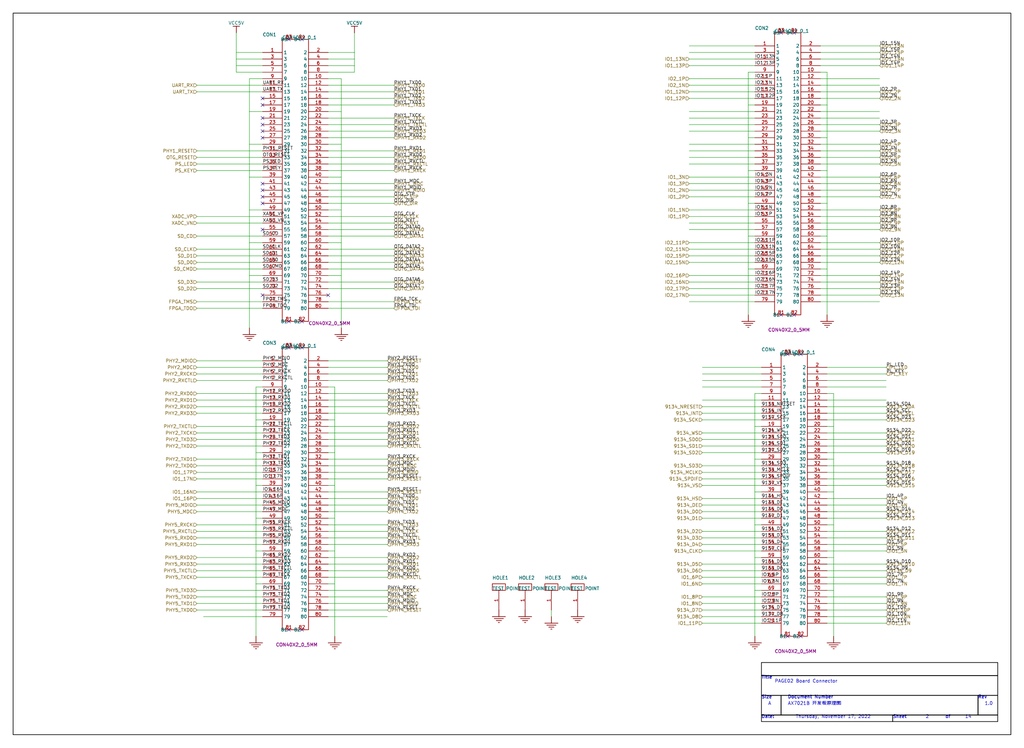
<source format=kicad_sch>
(kicad_sch (version 20231120) (generator "eeschema") (generator_version "8.0")
  (paper "User" 396.24 289.56)
  (title_block (title "PAGE02 Board Connector"))
  (no_connect (at 307.34 12.7))
  (no_connect (at 101.6 38.1))
  (no_connect (at 101.6 48.26))
  (no_connect (at 309.88 246.38))
  (no_connect (at 101.6 71.12))
  (no_connect (at 302.26 121.92))
  (no_connect (at 101.6 78.74))
  (no_connect (at 111.76 134.62))
  (no_connect (at 101.6 40.64))
  (no_connect (at 111.76 124.46))
  (no_connect (at 304.8 246.38))
  (no_connect (at 127 114.3))
  (no_connect (at 101.6 50.8))
  (no_connect (at 304.8 137.16))
  (no_connect (at 309.88 137.16))
  (no_connect (at 101.6 73.66))
  (no_connect (at 101.6 45.72))
  (no_connect (at 101.6 76.2))
  (no_connect (at 116.84 134.62))
  (no_connect (at 101.6 53.34))
  (no_connect (at 111.76 15.24))
  (no_connect (at 302.26 12.7))
  (no_connect (at 116.84 15.24))
  (no_connect (at 111.76 243.84))
  (no_connect (at 101.6 114.3))
  (no_connect (at 116.84 243.84))
  (no_connect (at 101.6 88.9))
  (no_connect (at 307.34 121.92))
  (no_connect (at 116.84 124.46))
  (wire (pts (xy 149.86 157.48) (xy 127 157.48)))
  (wire (pts (xy 101.6 66.04) (xy 76.2 66.04)))
  (wire (pts (xy 340.36 48.26) (xy 317.5 48.26)))
  (wire (pts (xy 292.1 30.48) (xy 266.7 30.48)))
  (wire (pts (xy 340.36 81.28) (xy 317.5 81.28)))
  (wire (pts (xy 129.54 187.96) (xy 127 187.96)))
  (wire (pts (xy 152.4 86.36) (xy 127 86.36)))
  (wire (pts (xy 292.1 88.9) (xy 266.7 88.9)))
  (wire (pts (xy 292.1 33.02) (xy 266.7 33.02)))
  (wire (pts (xy 96.52 93.98) (xy 101.6 93.98)))
  (wire (pts (xy 320.04 121.92) (xy 320.04 104.14)))
  (wire (pts (xy 101.6 139.7) (xy 76.2 139.7)))
  (wire (pts (xy 96.52 93.98) (xy 96.52 81.28)))
  (wire (pts (xy 99.06 213.36) (xy 99.06 226.06)))
  (wire (pts (xy 340.36 93.98) (xy 317.5 93.98)))
  (wire (pts (xy 101.6 119.38) (xy 76.2 119.38)))
  (wire (pts (xy 101.6 160.02) (xy 76.2 160.02)))
  (wire (pts (xy 101.6 203.2) (xy 76.2 203.2)))
  (wire (pts (xy 292.1 81.28) (xy 266.7 81.28)))
  (wire (pts (xy 320.04 91.44) (xy 320.04 78.74)))
  (wire (pts (xy 294.64 220.98) (xy 271.78 220.98)))
  (wire (pts (xy 322.58 165.1) (xy 322.58 152.4)))
  (wire (pts (xy 320.04 104.14) (xy 320.04 91.44)))
  (wire (pts (xy 132.08 43.18) (xy 132.08 30.48)))
  (wire (pts (xy 292.1 93.98) (xy 266.7 93.98)))
  (wire (pts (xy 132.08 68.58) (xy 132.08 55.88)))
  (wire (pts (xy 129.54 162.56) (xy 129.54 149.86)))
  (wire (pts (xy 294.64 198.12) (xy 271.78 198.12)))
  (wire (pts (xy 292.1 58.42) (xy 266.7 58.42)))
  (wire (pts (xy 294.64 180.34) (xy 271.78 180.34)))
  (wire (pts (xy 340.36 20.32) (xy 317.5 20.32)))
  (wire (pts (xy 99.06 226.06) (xy 101.6 226.06)))
  (wire (pts (xy 294.64 205.74) (xy 271.78 205.74)))
  (wire (pts (xy 294.64 231.14) (xy 271.78 231.14)))
  (wire (pts (xy 129.54 149.86) (xy 127 149.86)))
  (wire (pts (xy 294.64 226.06) (xy 271.78 226.06)))
  (wire (pts (xy 294.64 213.36) (xy 271.78 213.36)))
  (wire (pts (xy 149.86 233.68) (xy 127 233.68)))
  (wire (pts (xy 292.1 86.36) (xy 266.7 86.36)))
  (wire (pts (xy 101.6 185.42) (xy 76.2 185.42)))
  (wire (pts (xy 292.1 38.1) (xy 266.7 38.1)))
  (wire (pts (xy 342.9 241.3) (xy 320.04 241.3)))
  (wire (pts (xy 292.1 228.6) (xy 292.1 215.9)))
  (wire (pts (xy 340.36 22.86) (xy 317.5 22.86)))
  (wire (pts (xy 340.36 17.78) (xy 317.5 17.78)))
  (wire (pts (xy 149.86 147.32) (xy 127 147.32)))
  (wire (pts (xy 320.04 203.2) (xy 322.58 203.2)))
  (wire (pts (xy 340.36 60.96) (xy 317.5 60.96)))
  (wire (pts (xy 101.6 172.72) (xy 76.2 172.72)))
  (wire (pts (xy 340.36 106.68) (xy 317.5 106.68)))
  (wire (pts (xy 99.06 213.36) (xy 99.06 200.66)))
  (wire (pts (xy 294.64 162.56) (xy 271.78 162.56)))
  (wire (pts (xy 149.86 165.1) (xy 127 165.1)))
  (wire (pts (xy 101.6 63.5) (xy 76.2 63.5)))
  (wire (pts (xy 132.08 106.68) (xy 127 106.68)))
  (wire (pts (xy 322.58 165.1) (xy 320.04 165.1)))
  (wire (pts (xy 340.36 55.88) (xy 317.5 55.88)))
  (wire (pts (xy 292.1 114.3) (xy 266.7 114.3)))
  (wire (pts (xy 152.4 96.52) (xy 127 96.52)))
  (wire (pts (xy 96.52 68.58) (xy 96.52 55.88)))
  (wire (pts (xy 149.86 172.72) (xy 127 172.72)))
  (wire (pts (xy 320.04 27.94) (xy 317.5 27.94)))
  (wire (pts (xy 149.86 139.7) (xy 127 139.7)))
  (wire (pts (xy 340.36 76.2) (xy 317.5 76.2)))
  (wire (pts (xy 342.9 236.22) (xy 320.04 236.22)))
  (wire (pts (xy 294.64 215.9) (xy 292.1 215.9)))
  (wire (pts (xy 294.64 167.64) (xy 271.78 167.64)))
  (wire (pts (xy 152.4 83.82) (xy 127 83.82)))
  (wire (pts (xy 101.6 33.02) (xy 76.2 33.02)))
  (wire (pts (xy 340.36 35.56) (xy 317.5 35.56)))
  (wire (pts (xy 340.36 25.4) (xy 317.5 25.4)))
  (wire (pts (xy 292.1 109.22) (xy 266.7 109.22)))
  (wire (pts (xy 342.9 157.48) (xy 320.04 157.48)))
  (wire (pts (xy 342.9 238.76) (xy 320.04 238.76)))
  (wire (pts (xy 101.6 101.6) (xy 76.2 101.6)))
  (wire (pts (xy 342.9 187.96) (xy 320.04 187.96)))
  (wire (pts (xy 101.6 165.1) (xy 76.2 165.1)))
  (wire (pts (xy 101.6 200.66) (xy 99.06 200.66)))
  (wire (pts (xy 101.6 111.76) (xy 76.2 111.76)))
  (wire (pts (xy 149.86 231.14) (xy 127 231.14)))
  (wire (pts (xy 340.36 50.8) (xy 317.5 50.8)))
  (wire (pts (xy 340.36 45.72) (xy 317.5 45.72)))
  (wire (pts (xy 292.1 48.26) (xy 266.7 48.26)))
  (wire (pts (xy 152.4 60.96) (xy 127 60.96)))
  (wire (pts (xy 320.04 53.34) (xy 317.5 53.34)))
  (wire (pts (xy 149.86 144.78) (xy 127 144.78)))
  (wire (pts (xy 342.9 142.24) (xy 320.04 142.24)))
  (wire (pts (xy 137.16 20.32) (xy 127 20.32)))
  (wire (pts (xy 320.04 91.44) (xy 317.5 91.44)))
  (wire (pts (xy 132.08 93.98) (xy 132.08 81.28)))
  (wire (pts (xy 213.36 236.22) (xy 213.36 238.76)))
  (wire (pts (xy 149.86 182.88) (xy 127 182.88)))
  (wire (pts (xy 320.04 78.74) (xy 320.04 66.04)))
  (wire (pts (xy 149.86 190.5) (xy 127 190.5)))
  (wire (pts (xy 289.56 27.94) (xy 292.1 27.94)))
  (wire (pts (xy 101.6 27.94) (xy 91.44 27.94)))
  (wire (pts (xy 342.9 160.02) (xy 320.04 160.02)))
  (wire (pts (xy 101.6 86.36) (xy 76.2 86.36)))
  (wire (pts (xy 96.52 68.58) (xy 96.52 81.28)))
  (wire (pts (xy 129.54 175.26) (xy 129.54 162.56)))
  (wire (pts (xy 99.06 149.86) (xy 101.6 149.86)))
  (wire (pts (xy 96.52 43.18) (xy 101.6 43.18)))
  (wire (pts (xy 101.6 213.36) (xy 99.06 213.36)))
  (wire (pts (xy 292.1 165.1) (xy 292.1 152.4)))
  (wire (pts (xy 101.6 116.84) (xy 76.2 116.84)))
  (wire (pts (xy 322.58 203.2) (xy 322.58 190.5)))
  (wire (pts (xy 91.44 20.32) (xy 101.6 20.32)))
  (wire (pts (xy 152.4 119.38) (xy 127 119.38)))
  (wire (pts (xy 292.1 20.32) (xy 266.7 20.32)))
  (wire (pts (xy 342.9 218.44) (xy 320.04 218.44)))
  (wire (pts (xy 152.4 48.26) (xy 127 48.26)))
  (wire (pts (xy 132.08 55.88) (xy 127 55.88)))
  (wire (pts (xy 320.04 66.04) (xy 317.5 66.04)))
  (wire (pts (xy 152.4 71.12) (xy 127 71.12)))
  (wire (pts (xy 152.4 111.76) (xy 127 111.76)))
  (wire (pts (xy 292.1 55.88) (xy 266.7 55.88)))
  (wire (pts (xy 342.9 233.68) (xy 320.04 233.68)))
  (wire (pts (xy 292.1 17.78) (xy 266.7 17.78)))
  (wire (pts (xy 101.6 208.28) (xy 76.2 208.28)))
  (wire (pts (xy 294.64 238.76) (xy 271.78 238.76)))
  (wire (pts (xy 149.86 170.18) (xy 127 170.18)))
  (wire (pts (xy 340.36 114.3) (xy 317.5 114.3)))
  (wire (pts (xy 96.52 30.48) (xy 96.52 43.18)))
  (wire (pts (xy 149.86 236.22) (xy 127 236.22)))
  (wire (pts (xy 99.06 246.38) (xy 99.06 226.06)))
  (wire (pts (xy 99.06 187.96) (xy 101.6 187.96)))
  (wire (pts (xy 132.08 93.98) (xy 127 93.98)))
  (wire (pts (xy 292.1 40.64) (xy 289.56 40.64)))
  (wire (pts (xy 101.6 104.14) (xy 76.2 104.14)))
  (wire (pts (xy 340.36 83.82) (xy 317.5 83.82)))
  (wire (pts (xy 340.36 68.58) (xy 317.5 68.58)))
  (wire (pts (xy 91.44 25.4) (xy 91.44 22.86)))
  (wire (pts (xy 322.58 152.4) (xy 320.04 152.4)))
  (wire (pts (xy 101.6 106.68) (xy 96.52 106.68)))
  (wire (pts (xy 294.64 241.3) (xy 271.78 241.3)))
  (wire (pts (xy 152.4 91.44) (xy 127 91.44)))
  (wire (pts (xy 289.56 66.04) (xy 289.56 53.34)))
  (wire (pts (xy 342.9 147.32) (xy 320.04 147.32)))
  (wire (pts (xy 101.6 238.76) (xy 78.74 238.76)))
  (wire (pts (xy 292.1 203.2) (xy 294.64 203.2)))
  (wire (pts (xy 101.6 68.58) (xy 96.52 68.58)))
  (wire (pts (xy 342.9 231.14) (xy 320.04 231.14)))
  (wire (pts (xy 292.1 177.8) (xy 292.1 165.1)))
  (wire (pts (xy 101.6 154.94) (xy 76.2 154.94)))
  (wire (pts (xy 294.64 172.72) (xy 271.78 172.72)))
  (wire (pts (xy 152.4 73.66) (xy 127 73.66)))
  (wire (pts (xy 292.1 99.06) (xy 266.7 99.06)))
  (wire (pts (xy 152.4 40.64) (xy 127 40.64)))
  (wire (pts (xy 342.9 162.56) (xy 320.04 162.56)))
  (wire (pts (xy 101.6 55.88) (xy 96.52 55.88)))
  (wire (pts (xy 127 213.36) (xy 129.54 213.36)))
  (wire (pts (xy 340.36 86.36) (xy 317.5 86.36)))
  (wire (pts (xy 149.86 180.34) (xy 127 180.34)))
  (wire (pts (xy 342.9 223.52) (xy 320.04 223.52)))
  (wire (pts (xy 294.64 154.94) (xy 271.78 154.94)))
  (wire (pts (xy 292.1 50.8) (xy 266.7 50.8)))
  (wire (pts (xy 342.9 213.36) (xy 320.04 213.36)))
  (wire (pts (xy 101.6 147.32) (xy 76.2 147.32)))
  (wire (pts (xy 294.64 142.24) (xy 271.78 142.24)))
  (wire (pts (xy 101.6 210.82) (xy 76.2 210.82)))
  (wire (pts (xy 294.64 144.78) (xy 271.78 144.78)))
  (wire (pts (xy 101.6 157.48) (xy 76.2 157.48)))
  (wire (pts (xy 322.58 177.8) (xy 322.58 165.1)))
  (wire (pts (xy 91.44 22.86) (xy 101.6 22.86)))
  (wire (pts (xy 294.64 165.1) (xy 292.1 165.1)))
  (wire (pts (xy 340.36 38.1) (xy 317.5 38.1)))
  (wire (pts (xy 320.04 53.34) (xy 320.04 40.64)))
  (wire (pts (xy 294.64 218.44) (xy 271.78 218.44)))
  (wire (pts (xy 322.58 215.9) (xy 320.04 215.9)))
  (wire (pts (xy 101.6 223.52) (xy 76.2 223.52)))
  (wire (pts (xy 292.1 177.8) (xy 294.64 177.8)))
  (wire (pts (xy 294.64 233.68) (xy 271.78 233.68)))
  (wire (pts (xy 149.86 218.44) (xy 127 218.44)))
  (wire (pts (xy 101.6 236.22) (xy 76.2 236.22)))
  (wire (pts (xy 322.58 177.8) (xy 320.04 177.8)))
  (wire (pts (xy 101.6 233.68) (xy 76.2 233.68)))
  (wire (pts (xy 101.6 30.48) (xy 96.52 30.48)))
  (wire (pts (xy 96.52 127) (xy 96.52 106.68)))
  (wire (pts (xy 342.9 175.26) (xy 320.04 175.26)))
  (wire (pts (xy 129.54 187.96) (xy 129.54 175.26)))
  (wire (pts (xy 292.1 63.5) (xy 266.7 63.5)))
  (wire (pts (xy 137.16 22.86) (xy 127 22.86)))
  (wire (pts (xy 127 162.56) (xy 129.54 162.56)))
  (wire (pts (xy 317.5 78.74) (xy 320.04 78.74)))
  (wire (pts (xy 101.6 99.06) (xy 76.2 99.06)))
  (wire (pts (xy 342.9 154.94) (xy 320.04 154.94)))
  (wire (pts (xy 129.54 213.36) (xy 129.54 200.66)))
  (wire (pts (xy 132.08 81.28) (xy 132.08 68.58)))
  (wire (pts (xy 292.1 116.84) (xy 266.7 116.84)))
  (wire (pts (xy 101.6 182.88) (xy 76.2 182.88)))
  (wire (pts (xy 322.58 246.38) (xy 322.58 228.6)))
  (wire (pts (xy 317.5 104.14) (xy 320.04 104.14)))
  (wire (pts (xy 149.86 195.58) (xy 127 195.58)))
  (wire (pts (xy 129.54 175.26) (xy 127 175.26)))
  (wire (pts (xy 294.64 195.58) (xy 271.78 195.58)))
  (wire (pts (xy 101.6 58.42) (xy 76.2 58.42)))
  (wire (pts (xy 294.64 147.32) (xy 271.78 147.32)))
  (wire (pts (xy 149.86 193.04) (xy 127 193.04)))
  (wire (pts (xy 342.9 167.64) (xy 320.04 167.64)))
  (wire (pts (xy 149.86 198.12) (xy 127 198.12)))
  (wire (pts (xy 101.6 218.44) (xy 76.2 218.44)))
  (wire (pts (xy 152.4 78.74) (xy 127 78.74)))
  (wire (pts (xy 129.54 246.38) (xy 129.54 226.06)))
  (wire (pts (xy 292.1 96.52) (xy 266.7 96.52)))
  (wire (pts (xy 132.08 55.88) (xy 132.08 43.18)))
  (wire (pts (xy 101.6 109.22) (xy 76.2 109.22)))
  (wire (pts (xy 294.64 200.66) (xy 271.78 200.66)))
  (wire (pts (xy 294.64 236.22) (xy 271.78 236.22)))
  (wire (pts (xy 342.9 205.74) (xy 320.04 205.74)))
  (wire (pts (xy 149.86 142.24) (xy 127 142.24)))
  (wire (pts (xy 149.86 185.42) (xy 127 185.42)))
  (wire (pts (xy 152.4 116.84) (xy 127 116.84)))
  (wire (pts (xy 149.86 210.82) (xy 127 210.82)))
  (wire (pts (xy 101.6 228.6) (xy 76.2 228.6)))
  (wire (pts (xy 99.06 187.96) (xy 99.06 175.26)))
  (wire (pts (xy 342.9 149.86) (xy 320.04 149.86)))
  (wire (pts (xy 342.9 180.34) (xy 320.04 180.34)))
  (wire (pts (xy 340.36 101.6) (xy 317.5 101.6)))
  (wire (pts (xy 152.4 33.02) (xy 127 33.02)))
  (wire (pts (xy 152.4 88.9) (xy 127 88.9)))
  (wire (pts (xy 152.4 101.6) (xy 127 101.6)))
  (wire (pts (xy 129.54 200.66) (xy 129.54 187.96)))
  (wire (pts (xy 101.6 91.44) (xy 76.2 91.44)))
  (wire (pts (xy 96.52 55.88) (xy 96.52 43.18)))
  (wire (pts (xy 342.9 198.12) (xy 320.04 198.12)))
  (wire (pts (xy 292.1 22.86) (xy 266.7 22.86)))
  (wire (pts (xy 340.36 71.12) (xy 317.5 71.12)))
  (wire (pts (xy 132.08 127) (xy 132.08 106.68)))
  (wire (pts (xy 101.6 170.18) (xy 76.2 170.18)))
  (wire (pts (xy 322.58 190.5) (xy 320.04 190.5)))
  (wire (pts (xy 91.44 25.4) (xy 101.6 25.4)))
  (wire (pts (xy 289.56 121.92) (xy 289.56 104.14)))
  (wire (pts (xy 294.64 157.48) (xy 271.78 157.48)))
  (wire (pts (xy 132.08 81.28) (xy 127 81.28)))
  (wire (pts (xy 99.06 175.26) (xy 99.06 162.56)))
  (wire (pts (xy 294.64 160.02) (xy 271.78 160.02)))
  (wire (pts (xy 101.6 215.9) (xy 76.2 215.9)))
  (wire (pts (xy 101.6 152.4) (xy 76.2 152.4)))
  (wire (pts (xy 292.1 152.4) (xy 294.64 152.4)))
  (wire (pts (xy 342.9 185.42) (xy 320.04 185.42)))
  (wire (pts (xy 340.36 73.66) (xy 317.5 73.66)))
  (wire (pts (xy 292.1 104.14) (xy 289.56 104.14)))
  (wire (pts (xy 91.44 20.32) (xy 91.44 12.7)))
  (wire (pts (xy 289.56 104.14) (xy 289.56 91.44)))
  (wire (pts (xy 152.4 35.56) (xy 127 35.56)))
  (wire (pts (xy 294.64 223.52) (xy 271.78 223.52)))
  (wire (pts (xy 340.36 109.22) (xy 317.5 109.22)))
  (wire (pts (xy 101.6 195.58) (xy 76.2 195.58)))
  (wire (pts (xy 149.86 177.8) (xy 127 177.8)))
  (wire (pts (xy 137.16 25.4) (xy 127 25.4)))
  (wire (pts (xy 149.86 160.02) (xy 127 160.02)))
  (wire (pts (xy 289.56 78.74) (xy 289.56 66.04)))
  (wire (pts (xy 127 27.94) (xy 137.16 27.94)))
  (wire (pts (xy 289.56 91.44) (xy 289.56 78.74)))
  (wire (pts (xy 127 226.06) (xy 129.54 226.06)))
  (wire (pts (xy 292.1 43.18) (xy 266.7 43.18)))
  (wire (pts (xy 137.16 22.86) (xy 137.16 20.32)))
  (wire (pts (xy 294.64 210.82) (xy 271.78 210.82)))
  (wire (pts (xy 149.86 154.94) (xy 127 154.94)))
  (wire (pts (xy 294.64 185.42) (xy 271.78 185.42)))
  (wire (pts (xy 152.4 99.06) (xy 127 99.06)))
  (wire (pts (xy 149.86 228.6) (xy 127 228.6)))
  (wire (pts (xy 101.6 35.56) (xy 76.2 35.56)))
  (wire (pts (xy 129.54 200.66) (xy 127 200.66)))
  (wire (pts (xy 101.6 144.78) (xy 76.2 144.78)))
  (wire (pts (xy 292.1 60.96) (xy 266.7 60.96)))
  (wire (pts (xy 340.36 30.48) (xy 317.5 30.48)))
  (wire (pts (xy 292.1 83.82) (xy 266.7 83.82)))
  (wire (pts (xy 342.9 170.18) (xy 320.04 170.18)))
  (wire (pts (xy 342.9 144.78) (xy 320.04 144.78)))
  (wire (pts (xy 152.4 38.1) (xy 127 38.1)))
  (wire (pts (xy 292.1 101.6) (xy 266.7 101.6)))
  (wire (pts (xy 322.58 228.6) (xy 322.58 215.9)))
  (wire (pts (xy 101.6 60.96) (xy 76.2 60.96)))
  (wire (pts (xy 340.36 96.52) (xy 317.5 96.52)))
  (wire (pts (xy 152.4 58.42) (xy 127 58.42)))
  (wire (pts (xy 294.64 190.5) (xy 292.1 190.5)))
  (wire (pts (xy 342.9 195.58) (xy 320.04 195.58)))
  (wire (pts (xy 292.1 45.72) (xy 266.7 45.72)))
  (wire (pts (xy 152.4 109.22) (xy 127 109.22)))
  (wire (pts (xy 340.36 99.06) (xy 317.5 99.06)))
  (wire (pts (xy 340.36 111.76) (xy 317.5 111.76)))
  (wire (pts (xy 149.86 208.28) (xy 127 208.28)))
  (wire (pts (xy 294.64 228.6) (xy 292.1 228.6)))
  (wire (pts (xy 149.86 238.76) (xy 127 238.76)))
  (wire (pts (xy 292.1 190.5) (xy 292.1 177.8)))
  (wire (pts (xy 322.58 228.6) (xy 320.04 228.6)))
  (wire (pts (xy 101.6 231.14) (xy 76.2 231.14)))
  (wire (pts (xy 152.4 63.5) (xy 127 63.5)))
  (wire (pts (xy 342.9 226.06) (xy 320.04 226.06)))
  (wire (pts (xy 101.6 162.56) (xy 99.06 162.56)))
  (wire (pts (xy 340.36 58.42) (xy 317.5 58.42)))
  (wire (pts (xy 340.36 43.18) (xy 317.5 43.18)))
  (wire (pts (xy 149.86 167.64) (xy 127 167.64)))
  (wire (pts (xy 342.9 193.04) (xy 320.04 193.04)))
  (wire (pts (xy 99.06 200.66) (xy 99.06 187.96)))
  (wire (pts (xy 91.44 22.86) (xy 91.44 20.32)))
  (wire (pts (xy 101.6 167.64) (xy 76.2 167.64)))
  (wire (pts (xy 137.16 27.94) (xy 137.16 25.4)))
  (wire (pts (xy 292.1 106.68) (xy 266.7 106.68)))
  (wire (pts (xy 152.4 45.72) (xy 127 45.72)))
  (wire (pts (xy 101.6 220.98) (xy 76.2 220.98)))
  (wire (pts (xy 294.64 175.26) (xy 271.78 175.26)))
  (wire (pts (xy 292.1 66.04) (xy 289.56 66.04)))
  (wire (pts (xy 292.1 246.38) (xy 292.1 228.6)))
  (wire (pts (xy 149.86 223.52) (xy 127 223.52)))
  (wire (pts (xy 294.64 170.18) (xy 271.78 170.18)))
  (wire (pts (xy 129.54 226.06) (xy 129.54 213.36)))
  (wire (pts (xy 342.9 200.66) (xy 320.04 200.66)))
  (wire (pts (xy 294.64 149.86) (xy 271.78 149.86)))
  (wire (pts (xy 152.4 66.04) (xy 127 66.04)))
  (wire (pts (xy 322.58 215.9) (xy 322.58 203.2)))
  (wire (pts (xy 342.9 220.98) (xy 320.04 220.98)))
  (wire (pts (xy 294.64 182.88) (xy 271.78 182.88)))
  (wire (pts (xy 101.6 205.74) (xy 76.2 205.74)))
  (wire (pts (xy 292.1 53.34) (xy 289.56 53.34)))
  (wire (pts (xy 132.08 106.68) (xy 132.08 93.98)))
  (wire (pts (xy 292.1 73.66) (xy 266.7 73.66)))
  (wire (pts (xy 137.16 12.7) (xy 137.16 20.32)))
  (wire (pts (xy 342.9 210.82) (xy 320.04 210.82)))
  (wire (pts (xy 91.44 27.94) (xy 91.44 25.4)))
  (wire (pts (xy 340.36 88.9) (xy 317.5 88.9)))
  (wire (pts (xy 340.36 33.02) (xy 317.5 33.02)))
  (wire (pts (xy 342.9 208.28) (xy 320.04 208.28)))
  (wire (pts (xy 292.1 76.2) (xy 266.7 76.2)))
  (wire (pts (xy 101.6 193.04) (xy 76.2 193.04)))
  (wire (pts (xy 101.6 175.26) (xy 99.06 175.26)))
  (wire (pts (xy 101.6 177.8) (xy 76.2 177.8)))
  (wire (pts (xy 292.1 111.76) (xy 266.7 111.76)))
  (wire (pts (xy 101.6 83.82) (xy 76.2 83.82)))
  (wire (pts (xy 292.1 35.56) (xy 266.7 35.56)))
  (wire (pts (xy 289.56 53.34) (xy 289.56 40.64)))
  (wire (pts (xy 294.64 193.04) (xy 271.78 193.04)))
  (wire (pts (xy 292.1 68.58) (xy 266.7 68.58)))
  (wire (pts (xy 294.64 187.96) (xy 271.78 187.96)))
  (wire (pts (xy 342.9 182.88) (xy 320.04 182.88)))
  (wire (pts (xy 149.86 220.98) (xy 127 220.98)))
  (wire (pts (xy 340.36 116.84) (xy 317.5 116.84)))
  (wire (pts (xy 101.6 96.52) (xy 76.2 96.52)))
  (wire (pts (xy 149.86 205.74) (xy 127 205.74)))
  (wire (pts (xy 101.6 198.12) (xy 76.2 198.12)))
  (wire (pts (xy 152.4 53.34) (xy 127 53.34)))
  (wire (pts (xy 292.1 78.74) (xy 289.56 78.74)))
  (wire (pts (xy 322.58 190.5) (xy 322.58 177.8)))
  (wire (pts (xy 96.52 106.68) (xy 96.52 93.98)))
  (wire (pts (xy 132.08 68.58) (xy 127 68.58)))
  (wire (pts (xy 101.6 190.5) (xy 76.2 190.5)))
  (wire (pts (xy 132.08 30.48) (xy 127 30.48)))
  (wire (pts (xy 340.36 63.5) (xy 317.5 63.5)))
  (wire (pts (xy 132.08 43.18) (xy 127 43.18)))
  (wire (pts (xy 342.9 172.72) (xy 320.04 172.72)))
  (wire (pts (xy 292.1 91.44) (xy 289.56 91.44)))
  (wire (pts (xy 152.4 50.8) (xy 127 50.8)))
  (wire (pts (xy 149.86 215.9) (xy 127 215.9)))
  (wire (pts (xy 152.4 76.2) (xy 127 76.2)))
  (wire (pts (xy 292.1 215.9) (xy 292.1 203.2)))
  (wire (pts (xy 137.16 25.4) (xy 137.16 22.86)))
  (wire (pts (xy 320.04 40.64) (xy 320.04 27.94)))
  (wire (pts (xy 149.86 152.4) (xy 127 152.4)))
  (wire (pts (xy 149.86 203.2) (xy 127 203.2)))
  (wire (pts (xy 292.1 25.4) (xy 266.7 25.4)))
  (wire (pts (xy 294.64 208.28) (xy 271.78 208.28)))
  (wire (pts (xy 152.4 104.14) (xy 127 104.14)))
  (wire (pts (xy 292.1 71.12) (xy 266.7 71.12)))
  (wire (pts (xy 320.04 66.04) (xy 320.04 53.34)))
  (wire (pts (xy 320.04 40.64) (xy 317.5 40.64)))
  (wire (pts (xy 101.6 180.34) (xy 76.2 180.34)))
  (wire (pts (xy 96.52 81.28) (xy 101.6 81.28)))
  (wire (pts (xy 292.1 203.2) (xy 292.1 190.5)))
  (wire (pts (xy 101.6 142.24) (xy 76.2 142.24)))
  (wire (pts (xy 289.56 40.64) (xy 289.56 27.94)))
  (wire (pts (xy 99.06 162.56) (xy 99.06 149.86)))
  (rectangle (start 391.16 5.08) (end 5.08 284.48) (stroke (width 0.254) (color 0 0 0 1)))
  (rectangle (start 386.08 269.24) (end 378.46 276.86) (stroke (width 0.254) (color 0 0 0 1)))
  (rectangle (start 386.08 276.86) (end 345.44 279.4) (stroke (width 0.254) (color 0 0 0 1)))
  (rectangle (start 302.26 269.24) (end 294.64 276.86) (stroke (width 0.254) (color 0 0 0 1)))
  (rectangle (start 378.46 269.24) (end 302.26 276.86) (stroke (width 0.254) (color 0 0 0 1)))
  (rectangle (start 345.44 276.86) (end 294.64 279.4) (stroke (width 0.254) (color 0 0 0 1)))
  (rectangle (start 386.08 256.54) (end 294.64 261.62) (stroke (width 0.254) (color 0 0 0 1)))
  (rectangle (start 386.08 261.62) (end 294.64 269.24) (stroke (width 0.254) (color 0 0 0 1)))
  (text "Rev" (at 378.46 269.24 0) (effects (font (size 1.27 1.27)) (justify left top)))
  (text "AX7021B 开发板原理图" (at 304.8 271.78 0) (effects (font (size 1.27 1.27)) (justify left top)))
  (text "Sheet" (at 345.44 276.86 0) (effects (font (size 1.27 1.27)) (justify left top)))
  (text "Size" (at 294.64 269.24 0) (effects (font (size 1.27 1.27)) (justify left top)))
  (text "of" (at 365.76 276.86 0) (effects (font (size 1.27 1.27)) (justify left top)))
  (text "A" (at 297.18 271.78 0) (effects (font (size 1.27 1.27)) (justify left top)))
  (text "Title" (at 294.64 261.62 0) (effects (font (size 1.27 1.27)) (justify left top)))
  (text "Sheet" (at 345.44 276.86 0) (effects (font (size 1.27 1.27)) (justify left top)))
  (text "Thursday, November 17, 2022" (at 307.848 276.86 0) (effects (font (size 1.27 1.27)) (justify left top)))
  (text "Date:" (at 294.64 276.86 0) (effects (font (size 1.27 1.27)) (justify left top)))
  (text "1.0" (at 381 271.78 0) (effects (font (size 1.27 1.27)) (justify left top)))
  (text "14" (at 373.38 276.86 0) (effects (font (size 1.27 1.27)) (justify left top)))
  (text "Date:" (at 294.64 276.86 0) (effects (font (size 1.27 1.27)) (justify left top)))
  (text "Size" (at 294.64 269.24 0) (effects (font (size 1.27 1.27)) (justify left top)))
  (text "Document Number" (at 304.8 269.24 0) (effects (font (size 1.27 1.27)) (justify left top)))
  (text "Rev" (at 378.46 269.24 0) (effects (font (size 1.27 1.27)) (justify left top)))
  (text "Title" (at 294.64 261.62 0) (effects (font (size 1.27 1.27)) (justify left top)))
  (text "2" (at 358.14 276.86 0) (effects (font (size 1.27 1.27)) (justify left top)))
  (text "Document Number" (at 304.8 269.24 0) (effects (font (size 1.27 1.27)) (justify left top)))
  (text "of" (at 365.76 276.86 0) (effects (font (size 1.27 1.27)) (justify left top)))
  (text "PAGE02 Board Connector" (at 299.72 263.144 0) (effects (font (size 1.27 1.27)) (justify left top)))
  (label "PHY5_RESET" (at 149.86 190.5 0))
  (label "PHY2_RESET" (at 149.86 139.7 0))
  (label "PHY4_TXCTL" (at 149.86 208.28 0))
  (label "PHY5_TXD1" (at 101.6 233.68 0))
  (label "PHY2_MDIO" (at 101.6 139.7 0))
  (label "IO2_12P" (at 340.36 99.06 0))
  (label "PHY1_TXD3" (at 152.4 40.64 0))
  (label "OTG_DATA2" (at 152.4 96.52 0))
  (label "IO1_2P" (at 292.1 76.2 0))
  (label "PHY4_RESET" (at 149.86 236.22 0))
  (label "PHY3_TXD0" (at 149.86 142.24 0))
  (label "PHY5_RXD1" (at 101.6 210.82 0))
  (label "IO2_13P" (at 340.36 111.76 0))
  (label "9134_NRESET" (at 294.64 157.48 0))
  (label "PHY1_RXD3" (at 152.4 50.8 0))
  (label "IO2_2N" (at 340.36 38.1 0))
  (label "PHY4_TXD3" (at 149.86 203.2 0))
  (label "IO1_17P" (at 101.6 182.88 0))
  (label "PHY5_TXD3" (at 101.6 228.6 0))
  (label "PHY4_RXCTL" (at 149.86 223.52 0))
  (label "PHY1_RESET" (at 101.6 58.42 0))
  (label "PHY1_TXD2" (at 152.4 38.1 0))
  (label "PHY1_TXCK" (at 152.4 45.72 0))
  (label "IO1_1N" (at 292.1 81.28 0))
  (label "PHY5_RXD0" (at 101.6 208.28 0))
  (label "IO2_6N" (at 340.36 71.12 0))
  (label "PHY5_MDC" (at 101.6 198.12 0))
  (label "9134_D2" (at 294.64 205.74 0))
  (label "FPGA_TDO" (at 101.6 119.38 0))
  (label "UART_TX" (at 101.6 35.56 0))
  (label "PHY1_TXD0" (at 152.4 33.02 0))
  (label "9134_SPDIF" (at 294.64 185.42 0))
  (label "IO2_14P" (at 340.36 106.68 0))
  (label "OTG_DATA1" (at 152.4 91.44 0))
  (label "PHY2_MDC" (at 101.6 142.24 0))
  (label "IO1_6P" (at 294.64 223.52 0))
  (label "IO2_15P" (at 292.1 99.06 0))
  (label "PHY4_TXD0" (at 149.86 193.04 0))
  (label "9134_SCK" (at 294.64 162.56 0))
  (label "9134_D0" (at 294.64 198.12 0))
  (label "PHY1_RXD1" (at 152.4 58.42 0))
  (label "IO1_11P" (at 294.64 241.3 0))
  (label "IO2_15N" (at 292.1 101.6 0))
  (label "IO1_2N" (at 292.1 73.66 0))
  (label "PHY5_RXD2" (at 101.6 215.9 0))
  (label "PHY5_TXD0" (at 101.6 236.22 0))
  (label "OTG_NXT" (at 152.4 86.36 0))
  (label "9134_SDA" (at 342.9 157.48 0))
  (label "9134_D22" (at 342.9 167.64 0))
  (label "IO2_5N" (at 340.36 63.5 0))
  (label "9134_SCL" (at 342.9 160.02 0))
  (label "PHY3_MDC" (at 149.86 180.34 0))
  (label "PHY4_RXD3" (at 149.86 210.82 0))
  (label "IO2_5P" (at 340.36 60.96 0))
  (label "9134_SD2" (at 294.64 175.26 0))
  (label "OTG_DATA3" (at 152.4 99.06 0))
  (label "IO2_9P" (at 340.36 86.36 0))
  (label "XADC_VN" (at 101.6 86.36 0))
  (label "PHY3_TXD3" (at 149.86 152.4 0))
  (label "9134_INT" (at 294.64 160.02 0))
  (label "IO2_9N" (at 340.36 88.9 0))
  (label "PHY4_TXD2" (at 149.86 198.12 0))
  (label "IO2_17P" (at 292.1 111.76 0))
  (label "IO2_4N" (at 340.36 58.42 0))
  (label "PS_KEY" (at 101.6 66.04 0))
  (label "IO2_3P" (at 340.36 48.26 0))
  (label "PHY3_RXD2" (at 149.86 165.1 0))
  (label "9134_D23" (at 342.9 162.56 0))
  (label "PHY5_TXCK" (at 101.6 223.52 0))
  (label "9134_D9" (at 342.9 220.98 0))
  (label "PHY1_RXCK" (at 152.4 66.04 0))
  (label "PHY1_RXCTL" (at 152.4 63.5 0))
  (label "PHY3_TXD1" (at 149.86 144.78 0))
  (label "9134_D17" (at 342.9 182.88 0))
  (label "9134_SD1" (at 294.64 172.72 0))
  (label "PHY4_MDC" (at 149.86 231.14 0))
  (label "PHY2_TXD2" (at 101.6 172.72 0))
  (label "9134_D8" (at 294.64 238.76 0))
  (label "9134_WS" (at 294.64 167.64 0))
  (label "PHY1_TXD1" (at 152.4 35.56 0))
  (label "PHY2_RXD0" (at 101.6 152.4 0))
  (label "PHY4_RXD2" (at 149.86 215.9 0))
  (label "SD_D1" (at 101.6 99.06 0))
  (label "9134_D6" (at 294.64 220.98 0))
  (label "9134_D18" (at 342.9 180.34 0))
  (label "PHY2_TXCK" (at 101.6 167.64 0))
  (label "IO1_13P" (at 292.1 25.4 0))
  (label "IO2_12N" (at 340.36 101.6 0))
  (label "IO2_7N" (at 340.36 76.2 0))
  (label "IO2_14N" (at 340.36 109.22 0))
  (label "IO1_1P" (at 292.1 83.82 0))
  (label "SD_CMD" (at 101.6 104.14 0))
  (label "IO2_8P" (at 340.36 81.28 0))
  (label "IO1_16P" (at 101.6 193.04 0))
  (label "PHY5_RXD3" (at 101.6 218.44 0))
  (label "IO2_3N" (at 340.36 50.8 0))
  (label "PHY3_TXCK" (at 149.86 154.94 0))
  (label "PL_KEY" (at 342.9 144.78 0))
  (label "UART_RX" (at 101.6 33.02 0))
  (label "IO1_14N" (at 340.36 22.86 0))
  (label "SD_D0" (at 101.6 101.6 0))
  (label "9134_D10" (at 342.9 218.44 0))
  (label "IO1_3P" (at 292.1 71.12 0))
  (label "OTG_STP" (at 152.4 76.2 0))
  (label "9134_MCLK" (at 294.64 182.88 0))
  (label "PL_LED" (at 342.9 142.24 0))
  (label "9134_VS" (at 294.64 187.96 0))
  (label "PHY2_TXCTL" (at 101.6 165.1 0))
  (label "IO1_12N" (at 292.1 35.56 0))
  (label "OTG_DATA7" (at 152.4 111.76 0))
  (label "PHY3_RXCTL" (at 149.86 172.72 0))
  (label "IO1_15N" (at 340.36 17.78 0))
  (label "PHY2_TXD1" (at 101.6 177.8 0))
  (label "9134_DE" (at 294.64 195.58 0))
  (label "IO1_3N" (at 292.1 68.58 0))
  (label "IO1_4N" (at 342.9 195.58 0))
  (label "IO1_10P" (at 342.9 236.22 0))
  (label "IO1_9P" (at 342.9 231.14 0))
  (label "PHY1_MDC" (at 152.4 71.12 0))
  (label "9134_D11" (at 342.9 208.28 0))
  (label "IO1_6N" (at 294.64 226.06 0))
  (label "IO2_1P" (at 292.1 30.48 0))
  (label "IO1_5P" (at 342.9 210.82 0))
  (label "IO1_8P" (at 294.64 231.14 0))
  (label "PHY5_TXCTL" (at 101.6 220.98 0))
  (label "IO2_16N" (at 292.1 109.22 0))
  (label "OTG_DATA6" (at 152.4 109.22 0))
  (label "IO2_4P" (at 340.36 55.88 0))
  (label "IO2_10P" (at 340.36 93.98 0))
  (label "PHY1_TXCTL" (at 152.4 48.26 0))
  (label "IO1_5N" (at 342.9 213.36 0))
  (label "IO1_17N" (at 101.6 185.42 0))
  (label "IO2_17N" (at 292.1 114.3 0))
  (label "9134_CLK" (at 294.64 213.36 0))
  (label "IO2_16P" (at 292.1 106.68 0))
  (label "9134_D5" (at 294.64 218.44 0))
  (label "9134_SD3" (at 294.64 180.34 0))
  (label "PHY5_TXD2" (at 101.6 231.14 0))
  (label "IO1_9N" (at 342.9 233.68 0))
  (label "PHY4_RXD1" (at 149.86 218.44 0))
  (label "IO1_8N" (at 294.64 233.68 0))
  (label "9134_D13" (at 342.9 200.66 0))
  (label "PHY4_TXCK" (at 149.86 205.74 0))
  (label "9134_D4" (at 294.64 210.82 0))
  (label "IO2_10N" (at 340.36 96.52 0))
  (label "PHY3_RXD0" (at 149.86 170.18 0))
  (label "9134_D21" (at 342.9 170.18 0))
  (label "9134_D16" (at 342.9 185.42 0))
  (label "PS_LED" (at 101.6 63.5 0))
  (label "9134_D20" (at 342.9 172.72 0))
  (label "PHY3_RXCK" (at 149.86 177.8 0))
  (label "9134_D15" (at 342.9 187.96 0))
  (label "IO1_4P" (at 342.9 193.04 0))
  (label "XADC_VP" (at 101.6 83.82 0))
  (label "FPGA_TMS" (at 101.6 116.84 0))
  (label "9134_HS" (at 294.64 193.04 0))
  (label "PHY2_RXCK" (at 101.6 144.78 0))
  (label "IO1_13N" (at 292.1 22.86 0))
  (label "PHY3_RXD3" (at 149.86 160.02 0))
  (label "PHY3_TXD2" (at 149.86 147.32 0))
  (label "PHY5_MDIO" (at 101.6 195.58 0))
  (label "IO2_13N" (at 340.36 114.3 0))
  (label "PHY1_MDIO" (at 152.4 73.66 0))
  (label "PHY1_RXD2" (at 152.4 53.34 0))
  (label "FPGA_TCK" (at 152.4 116.84 0))
  (label "PHY5_RXCTL" (at 101.6 205.74 0))
  (label "PHY4_RXCK" (at 149.86 228.6 0))
  (label "FPGA_TDI" (at 152.4 119.38 0))
  (label "OTG_DIR" (at 152.4 78.74 0))
  (label "PHY4_RXD0" (at 149.86 220.98 0))
  (label "SD_CD" (at 101.6 91.44 0))
  (label "OTG_RESET" (at 101.6 60.96 0))
  (label "PHY2_TXD0" (at 101.6 180.34 0))
  (label "IO1_15P" (at 340.36 20.32 0))
  (label "PHY2_TXD3" (at 101.6 170.18 0))
  (label "9134_SD0" (at 294.64 170.18 0))
  (label "PHY2_RXD2" (at 101.6 157.48 0))
  (label "IO1_14P" (at 340.36 25.4 0))
  (label "PHY3_RXD1" (at 149.86 167.64 0))
  (label "9134_D3" (at 294.64 208.28 0))
  (label "SD_D3" (at 101.6 109.22 0))
  (label "PHY5_RXCK" (at 101.6 203.2 0))
  (label "OTG_DATA4" (at 152.4 101.6 0))
  (label "OTG_CLK" (at 152.4 83.82 0))
  (label "PHY3_RESET" (at 149.86 185.42 0))
  (label "IO1_11N" (at 342.9 241.3 0))
  (label "9134_D1" (at 294.64 200.66 0))
  (label "PHY4_TXD1" (at 149.86 195.58 0))
  (label "PHY2_RXD3" (at 101.6 160.02 0))
  (label "IO1_7P" (at 342.9 223.52 0))
  (label "IO2_11P" (at 292.1 93.98 0))
  (label "9134_D19" (at 342.9 175.26 0))
  (label "IO1_16N" (at 101.6 190.5 0))
  (label "IO1_7N" (at 342.9 226.06 0))
  (label "SD_CLK" (at 101.6 96.52 0))
  (label "OTG_DATA5" (at 152.4 104.14 0))
  (label "9134_D7" (at 294.64 236.22 0))
  (label "SD_D2" (at 101.6 111.76 0))
  (label "IO2_8N" (at 340.36 83.82 0))
  (label "IO2_11N" (at 292.1 96.52 0))
  (label "OTG_DATA0" (at 152.4 88.9 0))
  (label "IO2_6P" (at 340.36 68.58 0))
  (label "PHY2_RXD1" (at 101.6 154.94 0))
  (label "IO2_7P" (at 340.36 73.66 0))
  (label "IO2_1N" (at 292.1 33.02 0))
  (label "IO2_2P" (at 340.36 35.56 0))
  (label "PHY4_MDIO" (at 149.86 233.68 0))
  (label "PHY2_RXCTL" (at 101.6 147.32 0))
  (label "9134_D14" (at 342.9 198.12 0))
  (label "IO1_10N" (at 342.9 238.76 0))
  (label "PHY3_TXCTL" (at 149.86 157.48 0))
  (label "9134_D12" (at 342.9 205.74 0))
  (label "IO1_12P" (at 292.1 38.1 0))
  (label "PHY3_MDIO" (at 149.86 182.88 0))
  (label "PHY1_RXD0" (at 152.4 60.96 0))
  (hierarchical_label "OTG_DATA3" (shape input) (at 152.4 99.06 0))
  (hierarchical_label "PHY1_TXCK" (shape input) (at 152.4 45.72 0))
  (hierarchical_label "PHY4_RXD1" (shape input) (at 149.86 218.44 0))
  (hierarchical_label "9134_NRESET" (shape input) (at 271.78 157.48 180))
  (hierarchical_label "PHY2_RESET" (shape input) (at 149.86 139.7 0))
  (hierarchical_label "PHY3_RXD0" (shape input) (at 149.86 170.18 0))
  (hierarchical_label "PHY2_RXD0" (shape input) (at 76.2 152.4 180))
  (hierarchical_label "OTG_DATA5" (shape input) (at 152.4 104.14 0))
  (hierarchical_label "9134_D6" (shape input) (at 271.78 220.98 180))
  (hierarchical_label "IO1_13N" (shape input) (at 266.7 22.86 180))
  (hierarchical_label "PHY1_TXD1" (shape input) (at 152.4 35.56 0))
  (hierarchical_label "IO2_13P" (shape input) (at 340.36 111.76 0))
  (hierarchical_label "XADC_VN" (shape input) (at 76.2 86.36 180))
  (hierarchical_label "FPGA_TMS" (shape input) (at 76.2 116.84 180))
  (hierarchical_label "9134_D5" (shape input) (at 271.78 218.44 180))
  (hierarchical_label "IO2_8N" (shape input) (at 340.36 83.82 0))
  (hierarchical_label "9134_SD1" (shape input) (at 271.78 172.72 180))
  (hierarchical_label "IO2_10P" (shape input) (at 340.36 93.98 0))
  (hierarchical_label "9134_DE" (shape input) (at 271.78 195.58 180))
  (hierarchical_label "9134_D11" (shape input) (at 342.9 208.28 0))
  (hierarchical_label "IO2_14N" (shape input) (at 340.36 109.22 0))
  (hierarchical_label "PHY4_MDIO" (shape input) (at 149.86 233.68 0))
  (hierarchical_label "IO2_8P" (shape input) (at 340.36 81.28 0))
  (hierarchical_label "PHY3_MDC" (shape input) (at 149.86 180.34 0))
  (hierarchical_label "IO2_12N" (shape input) (at 340.36 101.6 0))
  (hierarchical_label "9134_SDA" (shape input) (at 342.9 157.48 0))
  (hierarchical_label "PHY1_RXD3" (shape input) (at 152.4 50.8 0))
  (hierarchical_label "IO2_1P" (shape input) (at 266.7 30.48 180))
  (hierarchical_label "9134_D0" (shape input) (at 271.78 198.12 180))
  (hierarchical_label "PHY5_TXCK" (shape input) (at 76.2 223.52 180))
  (hierarchical_label "PHY3_TXD3" (shape input) (at 149.86 152.4 0))
  (hierarchical_label "IO1_9N" (shape input) (at 342.9 233.68 0))
  (hierarchical_label "PL_KEY" (shape input) (at 342.9 144.78 0))
  (hierarchical_label "PHY5_MDC" (shape input) (at 76.2 198.12 180))
  (hierarchical_label "IO1_10P" (shape input) (at 342.9 236.22 0))
  (hierarchical_label "IO1_10N" (shape input) (at 342.9 238.76 0))
  (hierarchical_label "PS_KEY" (shape input) (at 76.2 66.04 180))
  (hierarchical_label "PHY4_RXD0" (shape input) (at 149.86 220.98 0))
  (hierarchical_label "PHY1_TXCTL" (shape input) (at 152.4 48.26 0))
  (hierarchical_label "IO1_11N" (shape input) (at 342.9 241.3 0))
  (hierarchical_label "IO1_4P" (shape input) (at 342.9 193.04 0))
  (hierarchical_label "SD_D1" (shape input) (at 76.2 99.06 180))
  (hierarchical_label "IO2_13N" (shape input) (at 340.36 114.3 0))
  (hierarchical_label "9134_D7" (shape input) (at 271.78 236.22 180))
  (hierarchical_label "PHY5_RXD2" (shape input) (at 76.2 215.9 180))
  (hierarchical_label "OTG_DATA0" (shape input) (at 152.4 88.9 0))
  (hierarchical_label "IO2_16N" (shape input) (at 266.7 109.22 180))
  (hierarchical_label "PHY1_TXD3" (shape input) (at 152.4 40.64 0))
  (hierarchical_label "OTG_RESET" (shape input) (at 76.2 60.96 180))
  (hierarchical_label "9134_D2" (shape input) (at 271.78 205.74 180))
  (hierarchical_label "OTG_DATA7" (shape input) (at 152.4 111.76 0))
  (hierarchical_label "IO2_4P" (shape input) (at 340.36 55.88 0))
  (hierarchical_label "9134_INT" (shape input) (at 271.78 160.02 180))
  (hierarchical_label "IO1_2P" (shape input) (at 266.7 76.2 180))
  (hierarchical_label "PHY4_RXD2" (shape input) (at 149.86 215.9 0))
  (hierarchical_label "PHY2_TXCTL" (shape input) (at 76.2 165.1 180))
  (hierarchical_label "IO2_11N" (shape input) (at 266.7 96.52 180))
  (hierarchical_label "PHY5_RXCTL" (shape input) (at 76.2 205.74 180))
  (hierarchical_label "PHY2_RXCTL" (shape input) (at 76.2 147.32 180))
  (hierarchical_label "IO2_6P" (shape input) (at 340.36 68.58 0))
  (hierarchical_label "IO2_7P" (shape input) (at 340.36 73.66 0))
  (hierarchical_label "PHY1_RXCTL" (shape input) (at 152.4 63.5 0))
  (hierarchical_label "PHY4_TXCTL" (shape input) (at 149.86 208.28 0))
  (hierarchical_label "IO2_17N" (shape input) (at 266.7 114.3 180))
  (hierarchical_label "IO1_8P" (shape input) (at 271.78 231.14 180))
  (hierarchical_label "PHY3_RXD2" (shape input) (at 149.86 165.1 0))
  (hierarchical_label "SD_D3" (shape input) (at 76.2 109.22 180))
  (hierarchical_label "PHY2_RXD3" (shape input) (at 76.2 160.02 180))
  (hierarchical_label "9134_HS" (shape input) (at 271.78 193.04 180))
  (hierarchical_label "9134_D8" (shape input) (at 271.78 238.76 180))
  (hierarchical_label "UART_RX" (shape input) (at 76.2 33.02 180))
  (hierarchical_label "9134_SD0" (shape input) (at 271.78 170.18 180))
  (hierarchical_label "IO2_7N" (shape input) (at 340.36 76.2 0))
  (hierarchical_label "9134_D17" (shape input) (at 342.9 182.88 0))
  (hierarchical_label "9134_D20" (shape input) (at 342.9 172.72 0))
  (hierarchical_label "PHY4_TXD1" (shape input) (at 149.86 195.58 0))
  (hierarchical_label "9134_D21" (shape input) (at 342.9 170.18 0))
  (hierarchical_label "PHY5_TXD3" (shape input) (at 76.2 228.6 180))
  (hierarchical_label "IO1_7P" (shape input) (at 342.9 223.52 0))
  (hierarchical_label "PHY4_TXCK" (shape input) (at 149.86 205.74 0))
  (hierarchical_label "IO1_16P" (shape input) (at 76.2 193.04 180))
  (hierarchical_label "PHY1_TXD0" (shape input) (at 152.4 33.02 0))
  (hierarchical_label "9134_D12" (shape input) (at 342.9 205.74 0))
  (hierarchical_label "IO1_13P" (shape input) (at 266.7 25.4 180))
  (hierarchical_label "IO2_4N" (shape input) (at 340.36 58.42 0))
  (hierarchical_label "9134_D10" (shape input) (at 342.9 218.44 0))
  (hierarchical_label "PHY3_TXCK" (shape input) (at 149.86 154.94 0))
  (hierarchical_label "PHY4_RXD3" (shape input) (at 149.86 210.82 0))
  (hierarchical_label "IO2_10N" (shape input) (at 340.36 96.52 0))
  (hierarchical_label "9134_D16" (shape input) (at 342.9 185.42 0))
  (hierarchical_label "PHY3_RXCTL" (shape input) (at 149.86 172.72 0))
  (hierarchical_label "UART_TX" (shape input) (at 76.2 35.56 180))
  (hierarchical_label "PHY5_MDIO" (shape input) (at 76.2 195.58 180))
  (hierarchical_label "PHY1_RXD2" (shape input) (at 152.4 53.34 0))
  (hierarchical_label "9134_D13" (shape input) (at 342.9 200.66 0))
  (hierarchical_label "IO1_12N" (shape input) (at 266.7 35.56 180))
  (hierarchical_label "PHY2_RXD1" (shape input) (at 76.2 154.94 180))
  (hierarchical_label "OTG_DATA1" (shape input) (at 152.4 91.44 0))
  (hierarchical_label "IO2_5N" (shape input) (at 340.36 63.5 0))
  (hierarchical_label "PHY1_MDC" (shape input) (at 152.4 71.12 0))
  (hierarchical_label "PHY5_RESET" (shape input) (at 149.86 190.5 0))
  (hierarchical_label "IO1_7N" (shape input) (at 342.9 226.06 0))
  (hierarchical_label "IO1_6N" (shape input) (at 271.78 226.06 180))
  (hierarchical_label "9134_D3" (shape input) (at 271.78 208.28 180))
  (hierarchical_label "IO2_3N" (shape input) (at 340.36 50.8 0))
  (hierarchical_label "SD_D2" (shape input) (at 76.2 111.76 180))
  (hierarchical_label "PHY4_TXD0" (shape input) (at 149.86 193.04 0))
  (hierarchical_label "SD_D0" (shape input) (at 76.2 101.6 180))
  (hierarchical_label "OTG_NXT" (shape input) (at 152.4 86.36 0))
  (hierarchical_label "PHY1_TXD2" (shape input) (at 152.4 38.1 0))
  (hierarchical_label "IO2_16P" (shape input) (at 266.7 106.68 180))
  (hierarchical_label "IO1_11P" (shape input) (at 271.78 241.3 180))
  (hierarchical_label "PHY5_TXCTL" (shape input) (at 76.2 220.98 180))
  (hierarchical_label "IO1_4N" (shape input) (at 342.9 195.58 0))
  (hierarchical_label "PHY1_RXCK" (shape input) (at 152.4 66.04 0))
  (hierarchical_label "PHY1_MDIO" (shape input) (at 152.4 73.66 0))
  (hierarchical_label "9134_D14" (shape input) (at 342.9 198.12 0))
  (hierarchical_label "IO2_17P" (shape input) (at 266.7 111.76 180))
  (hierarchical_label "IO2_12P" (shape input) (at 340.36 99.06 0))
  (hierarchical_label "IO1_5P" (shape input) (at 342.9 210.82 0))
  (hierarchical_label "PHY5_TXD1" (shape input) (at 76.2 233.68 180))
  (hierarchical_label "9134_D15" (shape input) (at 342.9 187.96 0))
  (hierarchical_label "IO2_9N" (shape input) (at 340.36 88.9 0))
  (hierarchical_label "OTG_DATA2" (shape input) (at 152.4 96.52 0))
  (hierarchical_label "OTG_DATA6" (shape input) (at 152.4 109.22 0))
  (hierarchical_label "9134_D18" (shape input) (at 342.9 180.34 0))
  (hierarchical_label "9134_D19" (shape input) (at 342.9 175.26 0))
  (hierarchical_label "OTG_DATA4" (shape input) (at 152.4 101.6 0))
  (hierarchical_label "PHY5_TXD0" (shape input) (at 76.2 236.22 180))
  (hierarchical_label "9134_CLK" (shape input) (at 271.78 213.36 180))
  (hierarchical_label "IO2_3P" (shape input) (at 340.36 48.26 0))
  (hierarchical_label "9134_D22" (shape input) (at 342.9 167.64 0))
  (hierarchical_label "PHY5_RXD3" (shape input) (at 76.2 218.44 180))
  (hierarchical_label "PHY2_RXCK" (shape input) (at 76.2 144.78 180))
  (hierarchical_label "PHY4_TXD3" (shape input) (at 149.86 203.2 0))
  (hierarchical_label "PS_LED" (shape input) (at 76.2 63.5 180))
  (hierarchical_label "9134_VS" (shape input) (at 271.78 187.96 180))
  (hierarchical_label "PHY2_MDIO" (shape input) (at 76.2 139.7 180))
  (hierarchical_label "IO1_2N" (shape input) (at 266.7 73.66 180))
  (hierarchical_label "PHY4_RXCK" (shape input) (at 149.86 228.6 0))
  (hierarchical_label "IO2_9P" (shape input) (at 340.36 86.36 0))
  (hierarchical_label "IO2_15P" (shape input) (at 266.7 99.06 180))
  (hierarchical_label "9134_WS" (shape input) (at 271.78 167.64 180))
  (hierarchical_label "IO1_17P" (shape input) (at 76.2 182.88 180))
  (hierarchical_label "IO2_1N" (shape input) (at 266.7 33.02 180))
  (hierarchical_label "PHY2_RXD2" (shape input) (at 76.2 157.48 180))
  (hierarchical_label "PL_LED" (shape input) (at 342.9 142.24 0))
  (hierarchical_label "PHY3_RXD1" (shape input) (at 149.86 167.64 0))
  (hierarchical_label "IO1_15N" (shape input) (at 340.36 17.78 0))
  (hierarchical_label "IO1_14N" (shape input) (at 340.36 22.86 0))
  (hierarchical_label "IO2_6N" (shape input) (at 340.36 71.12 0))
  (hierarchical_label "IO1_3N" (shape input) (at 266.7 68.58 180))
  (hierarchical_label "IO1_8N" (shape input) (at 271.78 233.68 180))
  (hierarchical_label "9134_SCL" (shape input) (at 342.9 160.02 0))
  (hierarchical_label "PHY4_RXCTL" (shape input) (at 149.86 223.52 0))
  (hierarchical_label "OTG_DIR" (shape input) (at 152.4 78.74 0))
  (hierarchical_label "FPGA_TDI" (shape input) (at 152.4 119.38 0))
  (hierarchical_label "IO1_3P" (shape input) (at 266.7 71.12 180))
  (hierarchical_label "XADC_VP" (shape input) (at 76.2 83.82 180))
  (hierarchical_label "PHY3_TXD0" (shape input) (at 149.86 142.24 0))
  (hierarchical_label "9134_SD2" (shape input) (at 271.78 175.26 180))
  (hierarchical_label "IO1_5N" (shape input) (at 342.9 213.36 0))
  (hierarchical_label "PHY3_MDIO" (shape input) (at 149.86 182.88 0))
  (hierarchical_label "PHY2_MDC" (shape input) (at 76.2 142.24 180))
  (hierarchical_label "FPGA_TCK" (shape input) (at 152.4 116.84 0))
  (hierarchical_label "SD_CLK" (shape input) (at 76.2 96.52 180))
  (hierarchical_label "PHY1_RXD0" (shape input) (at 152.4 60.96 0))
  (hierarchical_label "PHY5_TXD2" (shape input) (at 76.2 231.14 180))
  (hierarchical_label "PHY3_TXD1" (shape input) (at 149.86 144.78 0))
  (hierarchical_label "PHY1_RXD1" (shape input) (at 152.4 58.42 0))
  (hierarchical_label "PHY2_TXD1" (shape input) (at 76.2 177.8 180))
  (hierarchical_label "OTG_CLK" (shape input) (at 152.4 83.82 0))
  (hierarchical_label "IO2_15N" (shape input) (at 266.7 101.6 180))
  (hierarchical_label "PHY3_RXCK" (shape input) (at 149.86 177.8 0))
  (hierarchical_label "IO1_17N" (shape input) (at 76.2 185.42 180))
  (hierarchical_label "PHY4_TXD2" (shape input) (at 149.86 198.12 0))
  (hierarchical_label "9134_D1" (shape input) (at 271.78 200.66 180))
  (hierarchical_label "PHY1_RESET" (shape input) (at 76.2 58.42 180))
  (hierarchical_label "FPGA_TDO" (shape input) (at 76.2 119.38 180))
  (hierarchical_label "IO2_2P" (shape input) (at 340.36 35.56 0))
  (hierarchical_label "9134_SD3" (shape input) (at 271.78 180.34 180))
  (hierarchical_label "9134_D4" (shape input) (at 271.78 210.82 180))
  (hierarchical_label "IO1_9P" (shape input) (at 342.9 231.14 0))
  (hierarchical_label "IO2_11P" (shape input) (at 266.7 93.98 180))
  (hierarchical_label "IO1_1P" (shape input) (at 266.7 83.82 180))
  (hierarchical_label "PHY3_TXCTL" (shape input) (at 149.86 157.48 0))
  (hierarchical_label "IO2_14P" (shape input) (at 340.36 106.68 0))
  (hierarchical_label "9134_D9" (shape input) (at 342.9 220.98 0))
  (hierarchical_label "IO1_15P" (shape input) (at 340.36 20.32 0))
  (hierarchical_label "PHY5_RXD0" (shape input) (at 76.2 208.28 180))
  (hierarchical_label "PHY3_RXD3" (shape input) (at 149.86 160.02 0))
  (hierarchical_label "PHY3_RESET" (shape input) (at 149.86 185.42 0))
  (hierarchical_label "PHY3_TXD2" (shape input) (at 149.86 147.32 0))
  (hierarchical_label "9134_MCLK" (shape input) (at 271.78 182.88 180))
  (hierarchical_label "PHY2_TXD2" (shape input) (at 76.2 172.72 180))
  (hierarchical_label "PHY2_TXD0" (shape input) (at 76.2 180.34 180))
  (hierarchical_label "PHY5_RXCK" (shape input) (at 76.2 203.2 180))
  (hierarchical_label "OTG_STP" (shape input) (at 152.4 76.2 0))
  (hierarchical_label "SD_CMD" (shape input) (at 76.2 104.14 180))
  (hierarchical_label "SD_CD" (shape input) (at 76.2 91.44 180))
  (hierarchical_label "PHY4_MDC" (shape input) (at 149.86 231.14 0))
  (hierarchical_label "9134_SCK" (shape input) (at 271.78 162.56 180))
  (hierarchical_label "9134_SPDIF" (shape input) (at 271.78 185.42 180))
  (hierarchical_label "IO2_5P" (shape input) (at 340.36 60.96 0))
  (hierarchical_label "PHY5_RXD1" (shape input) (at 76.2 210.82 180))
  (hierarchical_label "9134_D23" (shape input) (at 342.9 162.56 0))
  (hierarchical_label "PHY2_TXD3" (shape input) (at 76.2 170.18 180))
  (hierarchical_label "IO1_14P" (shape input) (at 340.36 25.4 0))
  (hierarchical_label "IO1_16N" (shape input) (at 76.2 190.5 180))
  (hierarchical_label "PHY2_TXCK" (shape input) (at 76.2 167.64 180))
  (hierarchical_label "IO1_6P" (shape input) (at 271.78 223.52 180))
  (hierarchical_label "PHY4_RESET" (shape input) (at 149.86 236.22 0))
  (hierarchical_label "IO1_12P" (shape input) (at 266.7 38.1 180))
  (hierarchical_label "IO1_1N" (shape input) (at 266.7 81.28 180))
  (hierarchical_label "IO2_2N" (shape input) (at 340.36 38.1 0))
  (symbol (lib_id "proj1-altium-import:root_0_CON40X2_0_1") (at 299.72 12.7 0) (unit 1)
    (property "Reference" "CON2" (at 292.1 10.16 0) (effects (justify left top)))
    (property "Value" "CON40X2_0_1" (at 299.72 12.7 0) (effects (justify left bottom)))
    (property "SYMBOL" "CON40X2_0_1" (effects (hide yes)))
    (property "DEVICE" "CON40X2_0_1" (effects (hide yes)))
    (property "PCB FOOTPRINT" "1000K-F80E-01L-A" (effects (hide yes)))
    (property "SOURCE PACKAGE" "CON40X2_0_1" (effects (hide yes)))
    (property "PRIMITIVE" "DEFAULT" (effects (hide yes)))
    (property "VA" "2x40PIN连接器底板" (effects (hide yes)))
    (property "ALTIUM_VALUE" "CON40X2_0_5MM" (at 297.18 127 0) (effects (justify left top)))
    (property "IMPLEMENTATION TYPE" "<none>" (effects (hide yes)))
    (property "POWER PINS VISIBLE" "False" (effects (hide yes)))
    (property "ADD INTO BOM" "yes" (effects (hide yes)))
    (property "CONVERT TO PCB" "yes" (effects (hide yes)))
    (property "ORIGIN FOOTPRINT" "1000K-F80E-01L-A" (effects (hide yes)))
  )
  (symbol (lib_id "proj1-altium-import:root_1_TEST POINT") (at 210.82 228.6 0) (unit 1)
    (property "Reference" "HOLE3" (at 210.82 223.012 0) (effects (justify left top)))
    (property "Value" "TEST POINT" (at 210.82 228.6 0) (effects (justify left bottom)))
    (property "SYMBOL" "TEST POINT" (effects (hide yes)))
    (property "DEVICE" "TEST POINT" (effects (hide yes)))
    (property "PCB FOOTPRINT" "FPAD_1" (effects (hide yes)))
    (property "SOURCE PACKAGE" "TEST POINT" (effects (hide yes)))
    (property "PRIMITIVE" "DEFAULT" (effects (hide yes)))
    (property "ALTIUM_VALUE" "NC" (effects (hide yes)))
    (property "IMPLEMENTATION TYPE" "<none>" (effects (hide yes)))
    (property "POWER PINS VISIBLE" "False" (effects (hide yes)))
    (property "ADD INTO BOM" "yes" (effects (hide yes)))
    (property "CONVERT TO PCB" "yes" (effects (hide yes)))
    (property "ORIGIN FOOTPRINT" "FPAD_1" (effects (hide yes)))
  )
  (symbol (lib_id "proj1-altium-import:GND_POWER_GROUND") (at 132.08 127 0) (unit 1)
    (property "Reference" "#PWR?" (effects (hide yes)))
    (property "Value" "GND" (effects (hide yes)))
  )
  (symbol (lib_id "proj1-altium-import:root_0_CON40X2_0_1") (at 302.26 137.16 0) (unit 1)
    (property "Reference" "CON4" (at 294.64 134.62 0) (effects (justify left top)))
    (property "Value" "CON40X2_0_1" (at 302.26 137.16 0) (effects (justify left bottom)))
    (property "SYMBOL" "CON40X2_0_1" (effects (hide yes)))
    (property "DEVICE" "CON40X2_0_1" (effects (hide yes)))
    (property "PCB FOOTPRINT" "1000K-F80E-01L-A" (effects (hide yes)))
    (property "SOURCE PACKAGE" "CON40X2_0_1" (effects (hide yes)))
    (property "PRIMITIVE" "DEFAULT" (effects (hide yes)))
    (property "VA" "2x40PIN连接器底板" (effects (hide yes)))
    (property "ALTIUM_VALUE" "CON40X2_0_5MM" (at 299.72 251.46 0) (effects (justify left top)))
    (property "IMPLEMENTATION TYPE" "<none>" (effects (hide yes)))
    (property "POWER PINS VISIBLE" "False" (effects (hide yes)))
    (property "ADD INTO BOM" "yes" (effects (hide yes)))
    (property "CONVERT TO PCB" "yes" (effects (hide yes)))
    (property "ORIGIN FOOTPRINT" "1000K-F80E-01L-A" (effects (hide yes)))
  )
  (symbol (lib_id "proj1-altium-import:root_1_TEST POINT") (at 190.5 228.6 0) (unit 1)
    (property "Reference" "HOLE1" (at 190.5 223.012 0) (effects (justify left top)))
    (property "Value" "TEST POINT" (at 190.5 228.6 0) (effects (justify left bottom)))
    (property "SYMBOL" "TEST POINT" (effects (hide yes)))
    (property "DEVICE" "TEST POINT" (effects (hide yes)))
    (property "PCB FOOTPRINT" "FPAD_1" (effects (hide yes)))
    (property "SOURCE PACKAGE" "TEST POINT" (effects (hide yes)))
    (property "PRIMITIVE" "DEFAULT" (effects (hide yes)))
    (property "ALTIUM_VALUE" "NC" (effects (hide yes)))
    (property "IMPLEMENTATION TYPE" "<none>" (effects (hide yes)))
    (property "POWER PINS VISIBLE" "False" (effects (hide yes)))
    (property "ADD INTO BOM" "yes" (effects (hide yes)))
    (property "CONVERT TO PCB" "yes" (effects (hide yes)))
    (property "ORIGIN FOOTPRINT" "FPAD_1" (effects (hide yes)))
  )
  (symbol (lib_id "proj1-altium-import:GND_POWER_GROUND") (at 223.52 236.22 0) (unit 1)
    (property "Reference" "#PWR?" (effects (hide yes)))
    (property "Value" "GND" (effects (hide yes)))
  )
  (symbol (lib_id "proj1-altium-import:GND_POWER_GROUND") (at 292.1 246.38 0) (unit 1)
    (property "Reference" "#PWR?" (effects (hide yes)))
    (property "Value" "GND" (effects (hide yes)))
  )
  (symbol (lib_id "proj1-altium-import:GND_POWER_GROUND") (at 322.58 246.38 0) (unit 1)
    (property "Reference" "#PWR?" (effects (hide yes)))
    (property "Value" "GND" (effects (hide yes)))
  )
  (symbol (lib_id "proj1-altium-import:GND_POWER_GROUND") (at 289.56 121.92 0) (unit 1)
    (property "Reference" "#PWR?" (effects (hide yes)))
    (property "Value" "GND" (effects (hide yes)))
  )
  (symbol (lib_id "proj1-altium-import:root_0_CON40X2_0_1") (at 109.22 15.24 0) (unit 1)
    (property "Reference" "CON1" (at 101.6 12.7 0) (effects (justify left top)))
    (property "Value" "CON40X2_0_1" (at 109.22 15.24 0) (effects (justify left bottom)))
    (property "SYMBOL" "CON40X2_0_1" (effects (hide yes)))
    (property "DEVICE" "CON40X2_0_1" (effects (hide yes)))
    (property "PCB FOOTPRINT" "1000K-F80E-01L-A" (effects (hide yes)))
    (property "SOURCE PACKAGE" "CON40X2_0_1" (effects (hide yes)))
    (property "PRIMITIVE" "DEFAULT" (effects (hide yes)))
    (property "VA" "2x40PIN连接器底板" (effects (hide yes)))
    (property "ALTIUM_VALUE" "CON40X2_0_5MM" (at 119.38 124.46 0) (effects (justify left top)))
    (property "IMPLEMENTATION TYPE" "<none>" (effects (hide yes)))
    (property "POWER PINS VISIBLE" "False" (effects (hide yes)))
    (property "ADD INTO BOM" "yes" (effects (hide yes)))
    (property "CONVERT TO PCB" "yes" (effects (hide yes)))
    (property "ORIGIN FOOTPRINT" "1000K-F80E-01L-A" (effects (hide yes)))
  )
  (symbol (lib_id "proj1-altium-import:VCC5V_BAR") (at 137.16 12.7 180) (unit 1)
    (property "Reference" "#PWR?" (effects (hide yes)))
    (property "Value" "VCC5V" (at 137.16 8.89 0))
  )
  (symbol (lib_id "proj1-altium-import:GND_POWER_GROUND") (at 129.54 246.38 0) (unit 1)
    (property "Reference" "#PWR?" (effects (hide yes)))
    (property "Value" "GND" (effects (hide yes)))
  )
  (symbol (lib_id "proj1-altium-import:root_0_CON40X2_0_1") (at 109.22 134.62 0) (unit 1)
    (property "Reference" "CON3" (at 101.6 132.08 0) (effects (justify left top)))
    (property "Value" "CON40X2_0_1" (at 109.22 134.62 0) (effects (justify left bottom)))
    (property "SYMBOL" "CON40X2_0_1" (effects (hide yes)))
    (property "DEVICE" "CON40X2_0_1" (effects (hide yes)))
    (property "PCB FOOTPRINT" "1000K-F80E-01L-A" (effects (hide yes)))
    (property "SOURCE PACKAGE" "CON40X2_0_1" (effects (hide yes)))
    (property "PRIMITIVE" "DEFAULT" (effects (hide yes)))
    (property "VA" "2x40PIN连接器底板" (effects (hide yes)))
    (property "ALTIUM_VALUE" "CON40X2_0_5MM" (at 106.68 248.92 0) (effects (justify left top)))
    (property "IMPLEMENTATION TYPE" "<none>" (effects (hide yes)))
    (property "POWER PINS VISIBLE" "False" (effects (hide yes)))
    (property "ADD INTO BOM" "yes" (effects (hide yes)))
    (property "CONVERT TO PCB" "yes" (effects (hide yes)))
    (property "ORIGIN FOOTPRINT" "1000K-F80E-01L-A" (effects (hide yes)))
  )
  (symbol (lib_id "proj1-altium-import:GND_POWER_GROUND") (at 96.52 127 0) (unit 1)
    (property "Reference" "#PWR?" (effects (hide yes)))
    (property "Value" "GND" (effects (hide yes)))
  )
  (symbol (lib_id "proj1-altium-import:GND_POWER_GROUND") (at 320.04 121.92 0) (unit 1)
    (property "Reference" "#PWR?" (effects (hide yes)))
    (property "Value" "GND" (effects (hide yes)))
  )
  (symbol (lib_id "proj1-altium-import:root_1_TEST POINT") (at 220.98 228.6 0) (unit 1)
    (property "Reference" "HOLE4" (at 220.98 223.012 0) (effects (justify left top)))
    (property "Value" "TEST POINT" (at 220.98 228.6 0) (effects (justify left bottom)))
    (property "SYMBOL" "TEST POINT" (effects (hide yes)))
    (property "DEVICE" "TEST POINT" (effects (hide yes)))
    (property "PCB FOOTPRINT" "FPAD_1" (effects (hide yes)))
    (property "SOURCE PACKAGE" "TEST POINT" (effects (hide yes)))
    (property "PRIMITIVE" "DEFAULT" (effects (hide yes)))
    (property "ALTIUM_VALUE" "NC" (effects (hide yes)))
    (property "IMPLEMENTATION TYPE" "<none>" (effects (hide yes)))
    (property "POWER PINS VISIBLE" "False" (effects (hide yes)))
    (property "ADD INTO BOM" "yes" (effects (hide yes)))
    (property "CONVERT TO PCB" "yes" (effects (hide yes)))
    (property "ORIGIN FOOTPRINT" "FPAD_1" (effects (hide yes)))
  )
  (symbol (lib_id "proj1-altium-import:GND_POWER_GROUND") (at 193.04 236.22 0) (unit 1)
    (property "Reference" "#PWR?" (effects (hide yes)))
    (property "Value" "GND" (effects (hide yes)))
  )
  (symbol (lib_id "proj1-altium-import:GND_POWER_GROUND") (at 213.36 238.76 0) (unit 1)
    (property "Reference" "#PWR?" (effects (hide yes)))
    (property "Value" "GND" (effects (hide yes)))
  )
  (symbol (lib_id "proj1-altium-import:root_1_TEST POINT") (at 200.66 228.6 0) (unit 1)
    (property "Reference" "HOLE2" (at 200.66 223.012 0) (effects (justify left top)))
    (property "Value" "TEST POINT" (at 200.66 228.6 0) (effects (justify left bottom)))
    (property "SYMBOL" "TEST POINT" (effects (hide yes)))
    (property "DEVICE" "TEST POINT" (effects (hide yes)))
    (property "PCB FOOTPRINT" "FPAD_1" (effects (hide yes)))
    (property "SOURCE PACKAGE" "TEST POINT" (effects (hide yes)))
    (property "PRIMITIVE" "DEFAULT" (effects (hide yes)))
    (property "ALTIUM_VALUE" "NC" (effects (hide yes)))
    (property "IMPLEMENTATION TYPE" "<none>" (effects (hide yes)))
    (property "POWER PINS VISIBLE" "False" (effects (hide yes)))
    (property "ADD INTO BOM" "yes" (effects (hide yes)))
    (property "CONVERT TO PCB" "yes" (effects (hide yes)))
    (property "ORIGIN FOOTPRINT" "FPAD_1" (effects (hide yes)))
  )
  (symbol (lib_id "proj1-altium-import:VCC5V_BAR") (at 91.44 12.7 180) (unit 1)
    (property "Reference" "#PWR?" (effects (hide yes)))
    (property "Value" "VCC5V" (at 91.44 8.89 0))
  )
  (symbol (lib_id "proj1-altium-import:GND_POWER_GROUND") (at 99.06 246.38 0) (unit 1)
    (property "Reference" "#PWR?" (effects (hide yes)))
    (property "Value" "GND" (effects (hide yes)))
  )
  (symbol (lib_id "proj1-altium-import:GND_POWER_GROUND") (at 203.2 236.22 0) (unit 1)
    (property "Reference" "#PWR?" (effects (hide yes)))
    (property "Value" "GND" (effects (hide yes)))
  )
)
</source>
